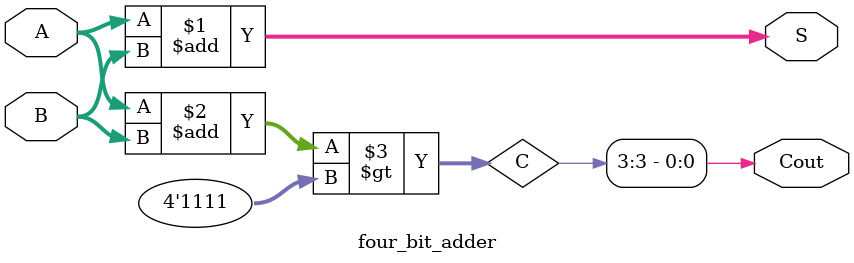
<source format=v>
module four_bit_adder (
    input [3:0] A,
    input [3:0] B,
    output [3:0] S,
    output Cout
);

    wire [3:0] C;

    assign S = A + B;
    assign C = (A + B) > 4'b1111;

    assign Cout = C[3];

endmodule
</source>
